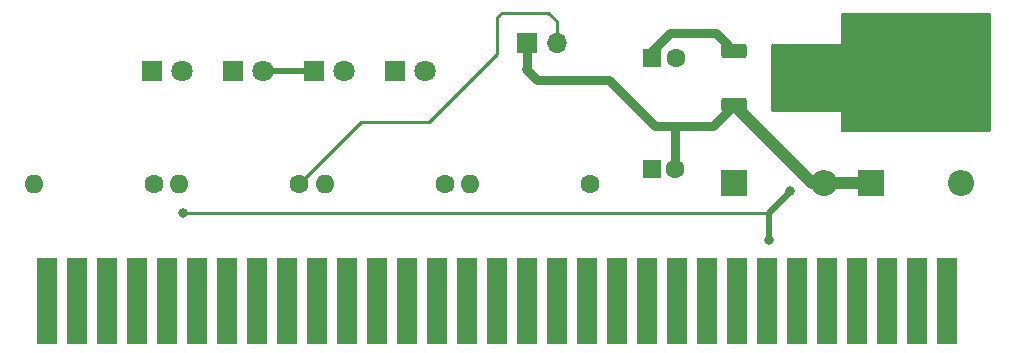
<source format=gbr>
%TF.GenerationSoftware,KiCad,Pcbnew,7.0.7*%
%TF.CreationDate,2023-11-02T23:14:20-05:00*%
%TF.ProjectId,Voltage Blaster,566f6c74-6167-4652-9042-6c6173746572,rev?*%
%TF.SameCoordinates,Original*%
%TF.FileFunction,Copper,L1,Top*%
%TF.FilePolarity,Positive*%
%FSLAX46Y46*%
G04 Gerber Fmt 4.6, Leading zero omitted, Abs format (unit mm)*
G04 Created by KiCad (PCBNEW 7.0.7) date 2023-11-02 23:14:20*
%MOMM*%
%LPD*%
G01*
G04 APERTURE LIST*
G04 Aperture macros list*
%AMRoundRect*
0 Rectangle with rounded corners*
0 $1 Rounding radius*
0 $2 $3 $4 $5 $6 $7 $8 $9 X,Y pos of 4 corners*
0 Add a 4 corners polygon primitive as box body*
4,1,4,$2,$3,$4,$5,$6,$7,$8,$9,$2,$3,0*
0 Add four circle primitives for the rounded corners*
1,1,$1+$1,$2,$3*
1,1,$1+$1,$4,$5*
1,1,$1+$1,$6,$7*
1,1,$1+$1,$8,$9*
0 Add four rect primitives between the rounded corners*
20,1,$1+$1,$2,$3,$4,$5,0*
20,1,$1+$1,$4,$5,$6,$7,0*
20,1,$1+$1,$6,$7,$8,$9,0*
20,1,$1+$1,$8,$9,$2,$3,0*%
G04 Aperture macros list end*
%TA.AperFunction,ComponentPad*%
%ADD10R,1.800000X1.800000*%
%TD*%
%TA.AperFunction,ComponentPad*%
%ADD11C,1.800000*%
%TD*%
%TA.AperFunction,ComponentPad*%
%ADD12C,1.600000*%
%TD*%
%TA.AperFunction,ComponentPad*%
%ADD13O,1.600000X1.600000*%
%TD*%
%TA.AperFunction,SMDPad,CuDef*%
%ADD14RoundRect,0.250000X-0.850000X-0.350000X0.850000X-0.350000X0.850000X0.350000X-0.850000X0.350000X0*%
%TD*%
%TA.AperFunction,SMDPad,CuDef*%
%ADD15RoundRect,0.250000X-1.275000X-1.125000X1.275000X-1.125000X1.275000X1.125000X-1.275000X1.125000X0*%
%TD*%
%TA.AperFunction,SMDPad,CuDef*%
%ADD16RoundRect,0.249997X-2.950003X-2.650003X2.950003X-2.650003X2.950003X2.650003X-2.950003X2.650003X0*%
%TD*%
%TA.AperFunction,ComponentPad*%
%ADD17R,1.700000X1.700000*%
%TD*%
%TA.AperFunction,ComponentPad*%
%ADD18O,1.700000X1.700000*%
%TD*%
%TA.AperFunction,ComponentPad*%
%ADD19R,1.600000X1.600000*%
%TD*%
%TA.AperFunction,ComponentPad*%
%ADD20R,2.200000X2.200000*%
%TD*%
%TA.AperFunction,ComponentPad*%
%ADD21O,2.200000X2.200000*%
%TD*%
%TA.AperFunction,ConnectorPad*%
%ADD22R,1.780000X7.366000*%
%TD*%
%TA.AperFunction,ViaPad*%
%ADD23C,0.800000*%
%TD*%
%TA.AperFunction,Conductor*%
%ADD24C,0.750000*%
%TD*%
%TA.AperFunction,Conductor*%
%ADD25C,0.500000*%
%TD*%
%TA.AperFunction,Conductor*%
%ADD26C,0.250000*%
%TD*%
%TA.AperFunction,Conductor*%
%ADD27C,1.000000*%
%TD*%
G04 APERTURE END LIST*
D10*
%TO.P,D1,1,K*%
%TO.N,GND*%
X148945600Y-97637600D03*
D11*
%TO.P,D1,2,A*%
%TO.N,Net-(D1-A)*%
X151485600Y-97637600D03*
%TD*%
D12*
%TO.P,R1,1*%
%TO.N,+5V*%
X165481000Y-107188000D03*
D13*
%TO.P,R1,2*%
%TO.N,Net-(D1-A)*%
X155321000Y-107188000D03*
%TD*%
D14*
%TO.P,U1,1,GND*%
%TO.N,GND*%
X177664000Y-95891000D03*
D15*
%TO.P,U1,2,VI*%
%TO.N,-12V*%
X182289000Y-96646000D03*
X182289000Y-99696000D03*
D16*
X183964000Y-98171000D03*
D15*
X185639000Y-96646000D03*
X185639000Y-99696000D03*
D14*
%TO.P,U1,3,VO*%
%TO.N,/VO*%
X177664000Y-100451000D03*
%TD*%
D12*
%TO.P,R4,1*%
%TO.N,-12V*%
X128524000Y-107188000D03*
D13*
%TO.P,R4,2*%
%TO.N,Net-(D4-K)*%
X118364000Y-107188000D03*
%TD*%
D12*
%TO.P,R3,1*%
%TO.N,-5V*%
X140843000Y-107188000D03*
D13*
%TO.P,R3,2*%
%TO.N,Net-(D3-K)*%
X130683000Y-107188000D03*
%TD*%
D10*
%TO.P,D2,1,K*%
%TO.N,GND*%
X142092600Y-97637600D03*
D11*
%TO.P,D2,2,A*%
%TO.N,Net-(D2-A)*%
X144632600Y-97637600D03*
%TD*%
D10*
%TO.P,D4,1,K*%
%TO.N,Net-(D4-K)*%
X128371600Y-97637600D03*
D11*
%TO.P,D4,2,A*%
%TO.N,GND*%
X130911600Y-97637600D03*
%TD*%
D12*
%TO.P,R2,1*%
%TO.N,+12V*%
X153162000Y-107188000D03*
D13*
%TO.P,R2,2*%
%TO.N,Net-(D2-A)*%
X143002000Y-107188000D03*
%TD*%
D17*
%TO.P,JP1,1,A*%
%TO.N,/VO*%
X160135000Y-95230000D03*
D18*
%TO.P,JP1,2,B*%
%TO.N,-5V*%
X162675000Y-95230000D03*
%TD*%
D19*
%TO.P,C2,1*%
%TO.N,GND*%
X170688000Y-105918000D03*
D12*
%TO.P,C2,2*%
%TO.N,/VO*%
X172688000Y-105918000D03*
%TD*%
D20*
%TO.P,D6,1,K*%
%TO.N,GND*%
X177673000Y-107061000D03*
D21*
%TO.P,D6,2,A*%
%TO.N,/VO*%
X185293000Y-107061000D03*
%TD*%
D10*
%TO.P,D3,1,K*%
%TO.N,Net-(D3-K)*%
X135234600Y-97637600D03*
D11*
%TO.P,D3,2,A*%
%TO.N,GND*%
X137774600Y-97637600D03*
%TD*%
D20*
%TO.P,D5,1,K*%
%TO.N,/VO*%
X189230000Y-107061000D03*
D21*
%TO.P,D5,2,A*%
%TO.N,-12V*%
X196850000Y-107061000D03*
%TD*%
D19*
%TO.P,C1,1*%
%TO.N,GND*%
X170720000Y-96520000D03*
D12*
%TO.P,C1,2*%
%TO.N,-12V*%
X172720000Y-96520000D03*
%TD*%
D22*
%TO.P,J1,A01,IO*%
%TO.N,unconnected-(J1-IO-PadA01)*%
X195707000Y-117094000D03*
%TO.P,J1,A02,DB7*%
%TO.N,unconnected-(J1-DB7-PadA02)*%
X193167000Y-117094000D03*
%TO.P,J1,A03,DB6*%
%TO.N,unconnected-(J1-DB6-PadA03)*%
X190627000Y-117094000D03*
%TO.P,J1,A04,DB5*%
%TO.N,unconnected-(J1-DB5-PadA04)*%
X188087000Y-117094000D03*
%TO.P,J1,A05,DB4*%
%TO.N,unconnected-(J1-DB4-PadA05)*%
X185547000Y-117094000D03*
%TO.P,J1,A06,DB3*%
%TO.N,unconnected-(J1-DB3-PadA06)*%
X183007000Y-117094000D03*
%TO.P,J1,A07,DB2*%
%TO.N,unconnected-(J1-DB2-PadA07)*%
X180467000Y-117094000D03*
%TO.P,J1,A08,DB1*%
%TO.N,unconnected-(J1-DB1-PadA08)*%
X177927000Y-117094000D03*
%TO.P,J1,A09,DB0*%
%TO.N,unconnected-(J1-DB0-PadA09)*%
X175387000Y-117094000D03*
%TO.P,J1,A10,IO_READY*%
%TO.N,unconnected-(J1-IO_READY-PadA10)*%
X172847000Y-117094000D03*
%TO.P,J1,A11,AEN*%
%TO.N,unconnected-(J1-AEN-PadA11)*%
X170307000Y-117094000D03*
%TO.P,J1,A12,BA19*%
%TO.N,unconnected-(J1-BA19-PadA12)*%
X167767000Y-117094000D03*
%TO.P,J1,A13,BA18*%
%TO.N,unconnected-(J1-BA18-PadA13)*%
X165227000Y-117094000D03*
%TO.P,J1,A14,BA17*%
%TO.N,unconnected-(J1-BA17-PadA14)*%
X162687000Y-117094000D03*
%TO.P,J1,A15,BA16*%
%TO.N,unconnected-(J1-BA16-PadA15)*%
X160147000Y-117094000D03*
%TO.P,J1,A16,BA15*%
%TO.N,unconnected-(J1-BA15-PadA16)*%
X157607000Y-117094000D03*
%TO.P,J1,A17,BA14*%
%TO.N,unconnected-(J1-BA14-PadA17)*%
X155067000Y-117094000D03*
%TO.P,J1,A18,BA13*%
%TO.N,unconnected-(J1-BA13-PadA18)*%
X152527000Y-117094000D03*
%TO.P,J1,A19,BA12*%
%TO.N,unconnected-(J1-BA12-PadA19)*%
X149987000Y-117094000D03*
%TO.P,J1,A20,BA11*%
%TO.N,unconnected-(J1-BA11-PadA20)*%
X147447000Y-117094000D03*
%TO.P,J1,A21,BA10*%
%TO.N,unconnected-(J1-BA10-PadA21)*%
X144907000Y-117094000D03*
%TO.P,J1,A22,BA09*%
%TO.N,unconnected-(J1-BA09-PadA22)*%
X142367000Y-117094000D03*
%TO.P,J1,A23,BA08*%
%TO.N,unconnected-(J1-BA08-PadA23)*%
X139827000Y-117094000D03*
%TO.P,J1,A24,BA07*%
%TO.N,unconnected-(J1-BA07-PadA24)*%
X137287000Y-117094000D03*
%TO.P,J1,A25,BA06*%
%TO.N,unconnected-(J1-BA06-PadA25)*%
X134747000Y-117094000D03*
%TO.P,J1,A26,BA05*%
%TO.N,unconnected-(J1-BA05-PadA26)*%
X132207000Y-117094000D03*
%TO.P,J1,A27,BA04*%
%TO.N,unconnected-(J1-BA04-PadA27)*%
X129667000Y-117094000D03*
%TO.P,J1,A28,BA03*%
%TO.N,unconnected-(J1-BA03-PadA28)*%
X127127000Y-117094000D03*
%TO.P,J1,A29,BA02*%
%TO.N,unconnected-(J1-BA02-PadA29)*%
X124587000Y-117094000D03*
%TO.P,J1,A30,BA01*%
%TO.N,unconnected-(J1-BA01-PadA30)*%
X122047000Y-117094000D03*
%TO.P,J1,A31,BA00*%
%TO.N,unconnected-(J1-BA00-PadA31)*%
X119507000Y-117094000D03*
%TD*%
D23*
%TO.N,-12V*%
X187960000Y-93980000D03*
X198120000Y-101600000D03*
X193040000Y-93980000D03*
X190500000Y-93980000D03*
X195580000Y-101600000D03*
X198120000Y-99060000D03*
X198120000Y-93980000D03*
X195580000Y-93980000D03*
X198120000Y-96520000D03*
X180577400Y-111963200D03*
X187960000Y-101600000D03*
X194056000Y-97790000D03*
X182366900Y-107747000D03*
X193040000Y-101600000D03*
X190500000Y-101600000D03*
X130973100Y-109637100D03*
%TD*%
D24*
%TO.N,GND*%
X172262800Y-94386400D02*
X176159400Y-94386400D01*
X176159400Y-94386400D02*
X177157300Y-95384300D01*
X170720000Y-96520000D02*
X170720000Y-95929200D01*
D25*
X137774600Y-97637600D02*
X142092600Y-97637600D01*
D24*
X170720000Y-95929200D02*
X172262800Y-94386400D01*
D26*
X177157300Y-95384300D02*
X177664000Y-95891000D01*
D25*
%TO.N,-12V*%
X180577400Y-109637100D02*
X180577400Y-111963200D01*
D26*
X183814000Y-98171000D02*
X182289000Y-99696000D01*
X185639000Y-96646000D02*
X184114000Y-98171000D01*
X183964000Y-98171000D02*
X183814000Y-98171000D01*
X182289000Y-96646000D02*
X183814000Y-98171000D01*
X187073200Y-101130200D02*
X185639000Y-99696000D01*
D25*
X182366900Y-107847600D02*
X180577400Y-109637100D01*
D26*
X130973100Y-109637100D02*
X180577400Y-109637100D01*
X186719400Y-97726400D02*
X185639000Y-96646000D01*
X182366900Y-107747000D02*
X182366900Y-107847600D01*
X184114000Y-98171000D02*
X183964000Y-98171000D01*
%TO.N,-5V*%
X162675000Y-93395000D02*
X162675000Y-95230000D01*
X151837300Y-101927700D02*
X157570000Y-96195000D01*
X157570000Y-96195000D02*
X157570000Y-93080000D01*
X157990000Y-92660000D02*
X161940000Y-92660000D01*
X140843000Y-107188000D02*
X146103300Y-101927700D01*
X161940000Y-92660000D02*
X162675000Y-93395000D01*
X146103300Y-101927700D02*
X151837300Y-101927700D01*
X157570000Y-93080000D02*
X157990000Y-92660000D01*
D24*
%TO.N,/VO*%
X160990000Y-98350000D02*
X160060000Y-97420000D01*
D25*
X160140000Y-95235000D02*
X160135000Y-95230000D01*
D27*
X184274000Y-107061000D02*
X177664000Y-100451000D01*
D24*
X160135000Y-97345000D02*
X160135000Y-95230000D01*
X175853300Y-102261700D02*
X177664000Y-100451000D01*
D25*
X185293000Y-107061000D02*
X184274000Y-107061000D01*
D24*
X172688000Y-105918000D02*
X172688000Y-102261700D01*
X167031600Y-98350000D02*
X160990000Y-98350000D01*
X170943300Y-102261700D02*
X172688000Y-102261700D01*
X172688000Y-102261700D02*
X175853300Y-102261700D01*
X160060000Y-97420000D02*
X160135000Y-97345000D01*
D27*
X189230000Y-107061000D02*
X185293000Y-107061000D01*
D24*
X167031600Y-98350000D02*
X170943300Y-102261700D01*
%TD*%
%TA.AperFunction,Conductor*%
%TO.N,-12V*%
G36*
X199333039Y-92729685D02*
G01*
X199378794Y-92782489D01*
X199390000Y-92834000D01*
X199390000Y-102619000D01*
X199370315Y-102686039D01*
X199317511Y-102731794D01*
X199266000Y-102743000D01*
X186814000Y-102743000D01*
X186746961Y-102723315D01*
X186701206Y-102670511D01*
X186690000Y-102619000D01*
X186690000Y-92834000D01*
X186709685Y-92766961D01*
X186762489Y-92721206D01*
X186814000Y-92710000D01*
X199266000Y-92710000D01*
X199333039Y-92729685D01*
G37*
%TD.AperFunction*%
%TD*%
M02*

</source>
